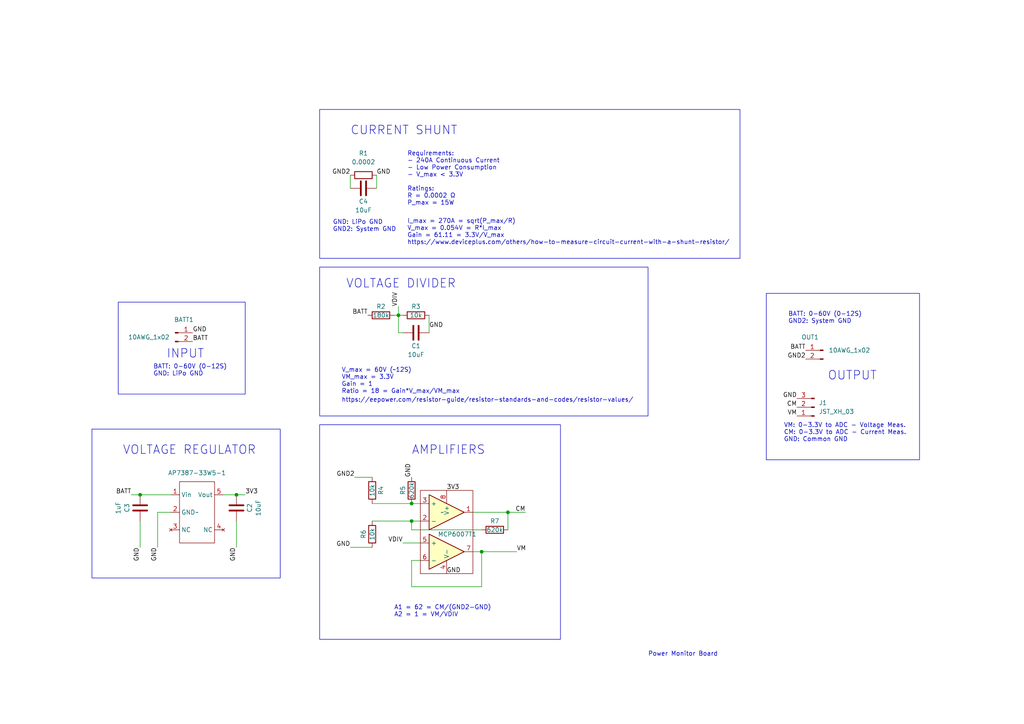
<source format=kicad_sch>
(kicad_sch (version 20230121) (generator eeschema)
  (paper "A4")
  (lib_symbols
    (symbol "Connector:Conn_01x02_Pin" (pin_names (offset 1.016) hide)
      (property "Reference" "J" (at 0 2.54 0))
      (property "Value" "Conn_01x02_Pin" (at 0 -5.08 0))
      (symbol "Conn_01x02_Pin_1_1"
        (polyline (pts (xy 1.27 -2.54) (xy 0.8636 -2.54)) (stroke (width 0.1524)))
        (polyline (pts (xy 1.27 0) (xy 0.8636 0)) (stroke (width 0.1524)))
        (rectangle (start 0.8636 -2.413) (end 0 -2.667) (stroke (width 0.1524)) (fill (type outline)))
        (rectangle (start 0.8636 0.127) (end 0 -0.127) (stroke (width 0.1524)) (fill (type outline)))
        (pin passive line (at 5.08 0 180) (length 3.81) (name "Pin_1") (number "1"))
        (pin passive line (at 5.08 -2.54 180) (length 3.81) (name "Pin_2") (number "2"))
      )
    )
    (symbol "Connector:Conn_01x03_Pin" (pin_names (offset 1.016) hide)
      (property "Reference" "J" (at 0 5.08 0))
      (property "Value" "Conn_01x03_Pin" (at 0 -5.08 0))
      (symbol "Conn_01x03_Pin_1_1"
        (polyline (pts (xy 1.27 -2.54) (xy 0.8636 -2.54)) (stroke (width 0.1524)))
        (polyline (pts (xy 1.27 0) (xy 0.8636 0)) (stroke (width 0.1524)))
        (polyline (pts (xy 1.27 2.54) (xy 0.8636 2.54)) (stroke (width 0.1524)))
        (rectangle (start 0.8636 -2.413) (end 0 -2.667) (stroke (width 0.1524)) (fill (type outline)))
        (rectangle (start 0.8636 0.127) (end 0 -0.127) (stroke (width 0.1524)) (fill (type outline)))
        (rectangle (start 0.8636 2.667) (end 0 2.413) (stroke (width 0.1524)) (fill (type outline)))
        (pin passive line (at 5.08 2.54 180) (length 3.81) (name "Pin_1") (number "1"))
        (pin passive line (at 5.08 0 180) (length 3.81) (name "Pin_2") (number "2"))
        (pin passive line (at 5.08 -2.54 180) (length 3.81) (name "Pin_3") (number "3"))
      )
    )
    (symbol "Device:C" (pin_numbers hide) (pin_names (offset 0.254))
      (property "Reference" "C" (at 0.635 2.54 0))
      (property "Value" "C" (at 0.635 -2.54 0))
      (symbol "C_0_1"
        (polyline (pts (xy -2.032 -0.762) (xy 2.032 -0.762)) (stroke (width 0.508)))
        (polyline (pts (xy -2.032 0.762) (xy 2.032 0.762)) (stroke (width 0.508)))
      )
      (symbol "C_1_1"
        (pin passive line (at 0 3.81 270) (length 2.794) (name "~") (number "1"))
        (pin passive line (at 0 -3.81 90) (length 2.794) (name "~") (number "2"))
      )
    )
    (symbol "Device:R" (pin_numbers hide) (pin_names (offset 0))
      (property "Reference" "R" (at 2.032 0 90))
      (property "Value" "R" (at 0 0 90))
      (symbol "R_0_1"
        (rectangle (start -1.016 -2.54) (end 1.016 2.54) (stroke (width 0.254)))
      )
      (symbol "R_1_1"
        (pin passive line (at 0 3.81 270) (length 1.27) (name "~") (number "1"))
        (pin passive line (at 0 -3.81 90) (length 1.27) (name "~") (number "2"))
      )
    )
    (symbol "PMB:3V3AP7387-33W5-7"
      (property "Reference" "AP7387-33W5-7" (at 0 0 90))
      (symbol "3V3AP7387-33W5-7_0_1"
        (rectangle (start -5.08 8.89) (end 5.08 -8.89))
      )
      (symbol "3V3AP7387-33W5-7_1_1"
        (pin power_in line (at -7.62 5.08 0) (length 2.54) (name "Vin") (number "1"))
        (pin power_in line (at -7.62 0 0) (length 2.54) (name "GND") (number "2"))
        (pin no_connect line (at -7.62 -5.08 0) (length 2.54) (name "NC") (number "3"))
        (pin no_connect line (at 7.62 -5.08 180) (length 2.54) (name "NC") (number "4"))
        (pin power_out line (at 7.62 5.08 180) (length 2.54) (name "Vout") (number "5"))
      )
    )
    (symbol "PMB:MCP6007T-E/MS"
      (property "Reference" "MCP6007T" (at 3.175 -5.715 0))
      (property "Value" "MCP6007T-E/MS" (at 0 0 0))
      (symbol "MCP6007T-E/MS_0_1"
        (rectangle (start -6.35 6.35) (end 8.89 -17.78))
        (polyline (pts (xy 6.35 -11.43) (xy -3.81 -6.35) (xy -3.81 -16.51) (xy 6.35 -11.43)) (stroke (width 0.254)) (fill (type background)))
        (polyline (pts (xy 6.35 0) (xy -3.81 5.08) (xy -3.81 -5.08) (xy 6.35 0)) (stroke (width 0.254)) (fill (type background)))
      )
      (symbol "MCP6007T-E/MS_1_1"
        (pin output line (at 8.89 0 180) (length 2.54) (name "~") (number "1"))
        (pin input line (at -6.35 -2.54 0) (length 2.54) (name "-") (number "2"))
        (pin input line (at -6.35 2.54 0) (length 2.54) (name "+") (number "3"))
        (pin power_in line (at 1.27 -17.78 90) (length 3.81) (name "V-") (number "4"))
        (pin input line (at -6.35 -8.89 0) (length 2.54) (name "+") (number "5"))
        (pin input line (at -6.35 -13.97 0) (length 2.54) (name "-") (number "6"))
        (pin output line (at 8.89 -11.43 180) (length 2.54) (name "~") (number "7"))
        (pin power_in line (at 1.27 6.35 270) (length 3.81) (name "V+") (number "8"))
      )
    )
  )
  (junction (at 119.38 151.13))
  (junction (at 115.57 91.44))
  (junction (at 119.38 146.05))
  (junction (at 147.32 148.59))
  (junction (at 68.58 143.51))
  (junction (at 139.7 160.02))
  (junction (at 40.64 143.51))
  (wire (pts (xy 102.87 138.43) (xy 107.95 138.43)))
  (wire (pts (xy 119.38 153.67) (xy 139.7 153.67)))
  (wire (pts (xy 147.32 148.59) (xy 147.32 153.67)))
  (wire (pts (xy 147.32 148.59) (xy 152.4 148.59)))
  (wire (pts (xy 119.38 162.56) (xy 121.92 162.56)))
  (wire (pts (xy 45.72 148.59) (xy 49.53 148.59)))
  (wire (pts (xy 119.38 146.05) (xy 121.92 146.05)))
  (wire (pts (xy 115.57 91.44) (xy 115.57 96.52)))
  (wire (pts (xy 139.7 160.02) (xy 139.7 170.18)))
  (wire (pts (xy 119.38 170.18) (xy 119.38 162.56)))
  (wire (pts (xy 139.7 170.18) (xy 119.38 170.18)))
  (wire (pts (xy 149.86 160.02) (xy 139.7 160.02)))
  (wire (pts (xy 119.38 151.13) (xy 121.92 151.13)))
  (wire (pts (xy 115.57 91.44) (xy 114.3 91.44)))
  (wire (pts (xy 38.1 143.51) (xy 40.64 143.51)))
  (wire (pts (xy 119.38 153.67) (xy 119.38 151.13)))
  (wire (pts (xy 40.64 158.75) (xy 40.64 151.13)))
  (wire (pts (xy 139.7 160.02) (xy 137.16 160.02)))
  (wire (pts (xy 115.57 88.9) (xy 115.57 91.44)))
  (wire (pts (xy 68.58 143.51) (xy 64.77 143.51)))
  (wire (pts (xy 115.57 96.52) (xy 116.84 96.52)))
  (wire (pts (xy 45.72 148.59) (xy 45.72 158.75)))
  (wire (pts (xy 107.95 151.13) (xy 119.38 151.13)))
  (wire (pts (xy 68.58 143.51) (xy 71.12 143.51)))
  (wire (pts (xy 40.64 143.51) (xy 49.53 143.51)))
  (wire (pts (xy 109.22 50.8) (xy 109.22 54.61)))
  (wire (pts (xy 68.58 158.75) (xy 68.58 151.13)))
  (wire (pts (xy 107.95 146.05) (xy 119.38 146.05)))
  (wire (pts (xy 124.46 91.44) (xy 124.46 96.52)))
  (wire (pts (xy 115.57 91.44) (xy 116.84 91.44)))
  (wire (pts (xy 101.6 158.75) (xy 107.95 158.75)))
  (wire (pts (xy 101.6 50.8) (xy 101.6 54.61)))
  (wire (pts (xy 137.16 148.59) (xy 147.32 148.59)))
  (wire (pts (xy 116.84 157.48) (xy 121.92 157.48)))
  (rectangle (start 222.25 85.09) (end 266.7 133.35))
  (rectangle (start 34.29 87.63) (end 71.12 114.3))
  (rectangle (start 92.71 31.75) (end 214.63 74.93))
  (rectangle (start 92.71 123.19) (end 162.56 185.42))
  (rectangle (start 26.67 124.46) (end 81.28 167.64))
  (rectangle (start 92.71 77.47) (end 187.96 120.65))
  (text "VOLTAGE REGULATOR" (at 35.56 132.08 0) (effects (font (size 2.5 2.5)) (justify left bottom)))
  (text "GND: LiPo GND\nGND2: System GND" (at 96.52 67.31 0) (effects (font (size 1.27 1.27)) (justify left bottom)))
  (text "BATT: 0-60V (0-12S)\nGND: LiPo GND" (at 44.45 109.22 0) (effects (font (size 1.27 1.27)) (justify left bottom)))
  (text "V_max = 60V (~12S)\nVM_max = 3.3V\nGain = 1\nRatio = 18 = Gain*V_max/VM_max" (at 99.06 114.3 0) (effects (font (size 1.27 1.27)) (justify left bottom)))
  (text "INPUT\n" (at 48.26 104.14 0) (effects (font (size 2.5 2.5)) (justify left bottom)))
  (text "OUTPUT\n" (at 240.03 110.49 0) (effects (font (size 2.5 2.5)) (justify left bottom)))
  (text "Power Monitor Board" (at 187.96 190.5 0) (effects (font (size 1.27 1.27)) (justify left bottom)))
  (text "VM: 0-3.3V to ADC - Voltage Meas.\nCM: 0-3.3V to ADC - Current Meas.\nGND: Common GND" (at 227.33 128.27 0) (effects (font (size 1.27 1.27)) (justify left bottom)))
  (text "BATT: 0-60V (0-12S)\nGND2: System GND" (at 228.6 93.98 0) (effects (font (size 1.27 1.27)) (justify left bottom)))
  (text "VOLTAGE DIVIDER" (at 100.33 83.82 0) (effects (font (size 2.5 2.5)) (justify left bottom)))
  (text "AMPLIFIERS" (at 119.38 132.08 0) (effects (font (size 2.5 2.5)) (justify left bottom)))
  (text "A1 = 62 = CM/(GND2-GND)\nA2 = 1 = VM/VDIV" (at 114.3 179.07 0) (effects (font (size 1.27 1.27)) (justify left bottom)))
  (text "I_max = 270A = sqrt(P_max/R)\nV_max = 0.054V = R*I_max\nGain = 61.11 = 3.3V/V_max\nhttps://www.deviceplus.com/others/how-to-measure-circuit-current-with-a-shunt-resistor/" (at 118.11 71.12 0) (effects (font (size 1.27 1.27)) (justify left bottom)))
  (text "Requirements:\n- 240A Continuous Current\n- Low Power Consumption\n- V_max < 3.3V\n\nRatings:\nR = 0.0002 Ω\nP_max = 15W" (at 118.11 59.69 0) (effects (font (size 1.27 1.27)) (justify left bottom)))
  (text "CURRENT SHUNT" (at 101.6 39.37 0) (effects (font (size 2.5 2.5)) (justify left bottom)))
  (text "https://eepower.com/resistor-guide/resistor-standards-and-codes/resistor-values/" (at 99.06 116.84 0) (effects (font (size 1.27 1.27)) (justify left bottom)))
  (label "CM" (at 231.14 118.11 180))
  (label "GND" (at 55.88 96.52 0))
  (label "VDIV" (at 115.57 88.9 90))
  (label "GND" (at 124.46 95.25 0))
  (label "GND" (at 129.54 166.37 0))
  (label "VM" (at 231.14 120.65 180))
  (label "GND2" (at 233.68 104.14 180))
  (label "GND" (at 109.22 50.8 0))
  (label "CM" (at 152.4 148.59 180))
  (label "GND" (at 45.72 158.75 270))
  (label "3V3" (at 71.12 143.51 0))
  (label "VM" (at 149.86 160.02 0))
  (label "GND" (at 101.6 158.75 180))
  (label "GND2" (at 102.87 138.43 180))
  (label "BATT" (at 233.68 101.6 180))
  (label "BATT" (at 55.88 99.06 0))
  (label "VDIV" (at 116.84 157.48 180))
  (label "GND" (at 231.14 115.57 180))
  (label "GND2" (at 101.6 50.8 180))
  (label "BATT" (at 106.68 91.44 180))
  (label "GND" (at 40.64 158.75 270))
  (label "GND" (at 119.38 138.43 90))
  (label "BATT" (at 38.1 143.51 180))
  (label "GND" (at 68.58 158.75 270))
  (label "3V3" (at 129.54 142.24 0))
  (symbol (lib_id "PMB:MCP6007T-E/MS") (at 128.27 148.59 0) (unit 1)
    (property "Reference" "MCP6007T1" (at 127 154.94 0) (effects (justify left)))
    (property "Value" "~" (at 128.27 148.59 0))
    (property "Footprint" "Package_SO:TSSOP-8_3x3mm_P0.65mm" (effects hide))
    (property "Datasheet" "https://ww1.microchip.com/downloads/aemDocuments/documents/APID/ProductDocuments/DataSheets/MCP6006-6R-6U-7-9-Data-Sheet-20006411B.pdf" (effects hide))
    (property "Digi" "https://www.digikey.com/en/products/detail/microchip-technology/MCP6007T-E-MS/12807481" (effects hide))
    (property "Num" "MCP6007T-E/MS" (effects hide))
  )
  (symbol (lib_id "Device:R") (at 120.65 91.44 90) (unit 1)
    (property "Reference" "R3" (at 120.65 88.9 90))
    (property "Value" "10k" (at 120.65 91.44 90))
    (property "Footprint" "Resistor_SMD:R_0603_1608Metric_Pad0.98x0.95mm_HandSolder" (effects hide))
  )
  (symbol (lib_id "Device:C") (at 68.58 147.32 180) (unit 1)
    (property "Reference" "C2" (at 72.39 147.32 90))
    (property "Value" "10uF" (at 74.93 147.32 90))
    (property "Footprint" "Capacitor_SMD:C_0603_1608Metric_Pad1.08x0.95mm_HandSolder" (effects hide))
  )
  (symbol (lib_id "Connector:Conn_01x02_Pin") (at 238.76 101.6 0) (mirror y) (unit 1)
    (property "Reference" "OUT1" (at 237.49 97.79 0) (effects (justify left)))
    (property "Value" "10AWG_1x02" (at 246.38 101.6 0))
    (property "Footprint" "PMB:Power" (effects hide))
  )
  (symbol (lib_id "Device:R") (at 105.41 50.8 90) (unit 1)
    (property "Reference" "R1" (at 105.41 44.45 90))
    (property "Value" "0.0002" (at 105.41 46.99 90))
    (property "Footprint" "PMB:6030_15075Metric_Pad4.20x7.60mm_HandSolder" (effects hide))
    (property "Digi" "https://www.digikey.com/en/products/detail/eaton-electronics-division/CHSA5930R0002F/16712930" (effects hide))
    (property "Num" "CHSA5930R0002F" (effects hide))
  )
  (symbol (lib_id "Device:R") (at 110.49 91.44 90) (unit 1)
    (property "Reference" "R2" (at 110.49 88.9 90))
    (property "Value" "180k" (at 110.49 91.44 90))
    (property "Footprint" "Resistor_SMD:R_0603_1608Metric_Pad0.98x0.95mm_HandSolder" (effects hide))
  )
  (symbol (lib_id "Device:C") (at 105.41 54.61 90) (unit 1)
    (property "Reference" "C4" (at 105.41 58.42 90))
    (property "Value" "10uF" (at 105.41 60.96 90))
    (property "Footprint" "Capacitor_SMD:C_0603_1608Metric_Pad1.08x0.95mm_HandSolder" (effects hide))
  )
  (symbol (lib_id "Device:R") (at 107.95 154.94 180) (unit 1)
    (property "Reference" "R6" (at 105.41 154.94 90))
    (property "Value" "10k" (at 107.95 154.94 90))
    (property "Footprint" "Resistor_SMD:R_0603_1608Metric_Pad0.98x0.95mm_HandSolder" (effects hide))
    (property "Digi" "https://www.digikey.com/en/products/detail/eaton-electronics-division/CHSA5930R0002F/16712930" (effects hide))
    (property "Num" "CHSA5930R0002F" (effects hide))
  )
  (symbol (lib_id "Device:R") (at 143.51 153.67 90) (unit 1)
    (property "Reference" "R7" (at 143.51 151.13 90))
    (property "Value" "620k" (at 143.51 153.67 90))
    (property "Footprint" "Resistor_SMD:R_0603_1608Metric_Pad0.98x0.95mm_HandSolder" (effects hide))
    (property "Digi" "https://www.digikey.com/en/products/detail/eaton-electronics-division/CHSA5930R0002F/16712930" (effects hide))
    (property "Num" "CHSA5930R0002F" (effects hide))
  )
  (symbol (lib_id "Device:R") (at 119.38 142.24 180) (unit 1)
    (property "Reference" "R5" (at 116.84 142.24 90))
    (property "Value" "620k" (at 119.38 142.24 90))
    (property "Footprint" "Resistor_SMD:R_0603_1608Metric_Pad0.98x0.95mm_HandSolder" (effects hide))
    (property "Digi" "https://www.digikey.com/en/products/detail/eaton-electronics-division/CHSA5930R0002F/16712930" (effects hide))
    (property "Num" "CHSA5930R0002F" (effects hide))
  )
  (symbol (lib_id "Device:C") (at 40.64 147.32 0) (unit 1)
    (property "Reference" "C3" (at 36.83 147.32 90))
    (property "Value" "1uF" (at 34.29 147.32 90))
    (property "Footprint" "Capacitor_SMD:C_0603_1608Metric_Pad1.08x0.95mm_HandSolder" (effects hide))
  )
  (symbol (lib_id "PMB:3V3AP7387-33W5-7") (at 57.15 148.59 0) (unit 1)
    (property "Reference" "AP7387-33W5-1" (at 57.15 137.16 0))
    (property "Value" "~" (at 57.15 148.59 0))
    (property "Footprint" "Package_TO_SOT_SMD:SOT-23-5_HandSoldering" (effects hide))
    (property "Datasheet" "https://www.diodes.com/assets/Datasheets/AP7387.pdf" (effects hide))
    (property "Digi" "https://www.digikey.com/en/products/detail/diodes-incorporated/AP7387-33W5-7/15964971" (effects hide))
    (property "Num" "AP7387-33W5-7" (effects hide))
  )
  (symbol (lib_id "Device:C") (at 120.65 96.52 90) (unit 1)
    (property "Reference" "C1" (at 120.65 100.33 90))
    (property "Value" "10uF" (at 120.65 102.87 90))
    (property "Footprint" "Capacitor_SMD:C_0603_1608Metric_Pad1.08x0.95mm_HandSolder" (effects hide))
  )
  (symbol (lib_id "Connector:Conn_01x02_Pin") (at 50.8 96.52 0) (unit 1)
    (property "Reference" "BATT1" (at 53.34 92.71 0))
    (property "Value" "10AWG_1x02" (at 43.18 97.79 0))
    (property "Footprint" "PMB:Power" (effects hide))
  )
  (symbol (lib_id "Connector:Conn_01x03_Pin") (at 236.22 118.11 180) (unit 1)
    (property "Reference" "J1" (at 237.49 116.84 0) (effects (justify right)))
    (property "Value" "JST_XH_03" (at 237.49 119.38 0) (effects (justify right)))
    (property "Footprint" "Connector_JST:JST_XH_S3B-XH-A_1x03_P2.50mm_Horizontal" (effects hide))
  )
  (symbol (lib_id "Device:R") (at 107.95 142.24 0) (unit 1)
    (property "Reference" "R4" (at 110.49 142.24 90))
    (property "Value" "10k" (at 107.95 142.24 90))
    (property "Footprint" "Resistor_SMD:R_0603_1608Metric_Pad0.98x0.95mm_HandSolder" (effects hide))
    (property "Digi" "https://www.digikey.com/en/products/detail/eaton-electronics-division/CHSA5930R0002F/16712930" (effects hide))
    (property "Num" "CHSA5930R0002F" (effects hide))
  )
)
</source>
